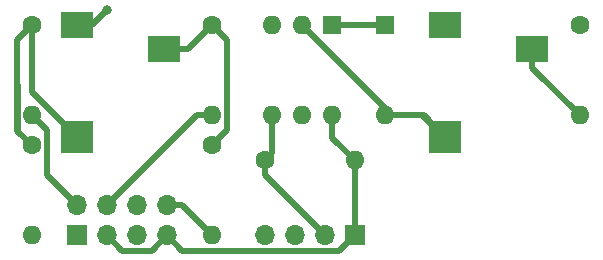
<source format=gbr>
%TF.GenerationSoftware,KiCad,Pcbnew,(5.1.9)-1*%
%TF.CreationDate,2022-02-01T09:31:05-08:00*%
%TF.ProjectId,midi_in_out_dev,6d696469-5f69-46e5-9f6f-75745f646576,1.0*%
%TF.SameCoordinates,Original*%
%TF.FileFunction,Copper,L1,Top*%
%TF.FilePolarity,Positive*%
%FSLAX46Y46*%
G04 Gerber Fmt 4.6, Leading zero omitted, Abs format (unit mm)*
G04 Created by KiCad (PCBNEW (5.1.9)-1) date 2022-02-01 09:31:05*
%MOMM*%
%LPD*%
G01*
G04 APERTURE LIST*
%TA.AperFunction,ComponentPad*%
%ADD10O,1.700000X1.700000*%
%TD*%
%TA.AperFunction,ComponentPad*%
%ADD11R,1.700000X1.700000*%
%TD*%
%TA.AperFunction,ComponentPad*%
%ADD12R,1.600000X1.600000*%
%TD*%
%TA.AperFunction,ComponentPad*%
%ADD13O,1.600000X1.600000*%
%TD*%
%TA.AperFunction,SMDPad,CuDef*%
%ADD14R,2.800000X2.800000*%
%TD*%
%TA.AperFunction,SMDPad,CuDef*%
%ADD15R,2.800000X2.200000*%
%TD*%
%TA.AperFunction,ComponentPad*%
%ADD16C,1.600000*%
%TD*%
%TA.AperFunction,ViaPad*%
%ADD17C,0.800000*%
%TD*%
%TA.AperFunction,Conductor*%
%ADD18C,0.500000*%
%TD*%
%TA.AperFunction,Conductor*%
%ADD19C,0.250000*%
%TD*%
G04 APERTURE END LIST*
D10*
%TO.P,REF\u002A\u002A,8*%
%TO.N,Net-(JP2-Pad3)*%
X48260000Y-40005000D03*
%TO.P,REF\u002A\u002A,7*%
%TO.N,+VDC*%
X48260000Y-42545000D03*
%TO.P,REF\u002A\u002A,6*%
%TO.N,Net-(JP1-Pad3)*%
X45720000Y-40005000D03*
%TO.P,REF\u002A\u002A,5*%
%TO.N,/UART_TX*%
X45720000Y-42545000D03*
%TO.P,REF\u002A\u002A,4*%
%TO.N,Net-(JP2-Pad1)*%
X43180000Y-40005000D03*
%TO.P,REF\u002A\u002A,3*%
%TO.N,+VDC*%
X43180000Y-42545000D03*
%TO.P,REF\u002A\u002A,2*%
%TO.N,Net-(JP1-Pad1)*%
X40640000Y-40005000D03*
D11*
%TO.P,REF\u002A\u002A,1*%
%TO.N,/UART_TX*%
X40640000Y-42545000D03*
%TD*%
D12*
%TO.P,1N4148,1*%
%TO.N,Net-(D1-Pad1)*%
X66675000Y-24765000D03*
D13*
%TO.P,1N4148,2*%
%TO.N,Net-(D1-Pad2)*%
X66675000Y-32385000D03*
%TD*%
D14*
%TO.P,J1,T*%
%TO.N,Net-(J1-PadT)*%
X40640000Y-34165000D03*
D15*
%TO.P,J1,S*%
%TO.N,GND*%
X40640000Y-24765000D03*
%TO.P,J1,R*%
%TO.N,Net-(J1-PadR)*%
X48040000Y-26765000D03*
%TD*%
%TO.P,J2,R*%
%TO.N,Net-(J2-PadR)*%
X79155000Y-26765000D03*
%TO.P,J2,S*%
%TO.N,Net-(J2-PadS)*%
X71755000Y-24765000D03*
D14*
%TO.P,J2,T*%
%TO.N,Net-(D1-Pad2)*%
X71755000Y-34165000D03*
%TD*%
D11*
%TO.P,G  TX  RX  +,1*%
%TO.N,+VDC*%
X64135000Y-42545000D03*
D10*
%TO.P,G  TX  RX  +,2*%
%TO.N,/UART_RX*%
X61595000Y-42545000D03*
%TO.P,G  TX  RX  +,3*%
%TO.N,/UART_TX*%
X59055000Y-42545000D03*
%TO.P,G  TX  RX  +,4*%
%TO.N,GND*%
X56515000Y-42545000D03*
%TD*%
D16*
%TO.P,10\u03A9,1*%
%TO.N,Net-(J1-PadT)*%
X36830000Y-24765000D03*
D13*
%TO.P,10\u03A9,2*%
%TO.N,Net-(JP1-Pad1)*%
X36830000Y-32385000D03*
%TD*%
%TO.P,220\u03A9,2*%
%TO.N,Net-(JP1-Pad3)*%
X36830000Y-42545000D03*
D16*
%TO.P,220\u03A9,1*%
%TO.N,Net-(J1-PadT)*%
X36830000Y-34925000D03*
%TD*%
%TO.P,33\u03A9,1*%
%TO.N,Net-(J1-PadR)*%
X52070000Y-24765000D03*
D13*
%TO.P,33\u03A9,2*%
%TO.N,Net-(JP2-Pad1)*%
X52070000Y-32385000D03*
%TD*%
%TO.P,220\u03A9,2*%
%TO.N,Net-(JP2-Pad3)*%
X52070000Y-42545000D03*
D16*
%TO.P,220\u03A9,1*%
%TO.N,Net-(J1-PadR)*%
X52070000Y-34925000D03*
%TD*%
%TO.P,220\u03A9,1*%
%TO.N,Net-(D1-Pad1)*%
X83185000Y-24765000D03*
D13*
%TO.P,220\u03A9,2*%
%TO.N,Net-(J2-PadR)*%
X83185000Y-32385000D03*
%TD*%
%TO.P,270\u03A9,2*%
%TO.N,+VDC*%
X64135000Y-36195000D03*
D16*
%TO.P,270\u03A9,1*%
%TO.N,/UART_RX*%
X56515000Y-36195000D03*
%TD*%
D12*
%TO.P,H11L1,1*%
%TO.N,Net-(D1-Pad1)*%
X62230000Y-24765000D03*
D13*
%TO.P,H11L1,4*%
%TO.N,/UART_RX*%
X57150000Y-32385000D03*
%TO.P,H11L1,2*%
%TO.N,Net-(D1-Pad2)*%
X59690000Y-24765000D03*
%TO.P,H11L1,5*%
%TO.N,GND*%
X59690000Y-32385000D03*
%TO.P,H11L1,3*%
%TO.N,Net-(U1-Pad3)*%
X57150000Y-24765000D03*
%TO.P,H11L1,6*%
%TO.N,+VDC*%
X62230000Y-32385000D03*
%TD*%
D17*
%TO.N,GND*%
X43180000Y-23495000D03*
%TD*%
D18*
%TO.N,Net-(D1-Pad1)*%
X66675000Y-24765000D02*
X62230000Y-24765000D01*
%TO.N,Net-(D1-Pad2)*%
X67310000Y-32385000D02*
X67945000Y-32385000D01*
X71630000Y-34165000D02*
X69850000Y-32385000D01*
X71755000Y-34165000D02*
X71630000Y-34165000D01*
X67945000Y-32385000D02*
X69850000Y-32385000D01*
X69975000Y-32385000D02*
X71755000Y-34165000D01*
X66675000Y-32385000D02*
X69975000Y-32385000D01*
X66675000Y-31750000D02*
X66675000Y-32385000D01*
X59690000Y-24765000D02*
X66675000Y-31750000D01*
D19*
%TO.N,Net-(J1-PadT)*%
X35704999Y-33799999D02*
X36830000Y-34925000D01*
X36830000Y-26035000D02*
X36830000Y-28575000D01*
X36830000Y-24765000D02*
X36830000Y-26035000D01*
X35704999Y-29700001D02*
X35704999Y-33799999D01*
X36830000Y-26035000D02*
X36830000Y-30355000D01*
D18*
X36830000Y-30355000D02*
X40640000Y-34165000D01*
X36830000Y-24765000D02*
X36830000Y-30355000D01*
X35579999Y-26015001D02*
X36830000Y-24765000D01*
X35579999Y-33674999D02*
X35579999Y-26015001D01*
X36830000Y-34925000D02*
X35579999Y-33674999D01*
%TO.N,Net-(J1-PadR)*%
X50070000Y-26765000D02*
X52070000Y-24765000D01*
X48040000Y-26765000D02*
X50070000Y-26765000D01*
X52070000Y-24765000D02*
X53340000Y-26035000D01*
X53340000Y-33655000D02*
X52070000Y-34925000D01*
X53340000Y-26035000D02*
X53340000Y-33655000D01*
%TO.N,Net-(J2-PadR)*%
X79155000Y-28355000D02*
X83185000Y-32385000D01*
X79155000Y-26765000D02*
X79155000Y-28355000D01*
%TO.N,GND*%
X41910000Y-24765000D02*
X43180000Y-23495000D01*
X40640000Y-24765000D02*
X41910000Y-24765000D01*
%TO.N,+VDC*%
X46959999Y-43845001D02*
X48260000Y-42545000D01*
X44480001Y-43845001D02*
X46959999Y-43845001D01*
X43180000Y-42545000D02*
X44480001Y-43845001D01*
X62230000Y-34290000D02*
X64135000Y-36195000D01*
X62230000Y-32385000D02*
X62230000Y-34290000D01*
X64135000Y-42545000D02*
X64135000Y-36195000D01*
X49560001Y-43845001D02*
X48260000Y-42545000D01*
X62834999Y-43845001D02*
X49560001Y-43845001D01*
X64135000Y-42545000D02*
X62834999Y-43845001D01*
%TO.N,/UART_RX*%
X57150000Y-35560000D02*
X56515000Y-36195000D01*
X57150000Y-32385000D02*
X57150000Y-35560000D01*
X56515000Y-37465000D02*
X61595000Y-42545000D01*
X56515000Y-36195000D02*
X56515000Y-37465000D01*
%TO.N,Net-(JP1-Pad1)*%
X38080001Y-37445001D02*
X40640000Y-40005000D01*
X38080001Y-33635001D02*
X38080001Y-37445001D01*
X36830000Y-32385000D02*
X38080001Y-33635001D01*
%TO.N,Net-(JP2-Pad3)*%
X49530000Y-40005000D02*
X52070000Y-42545000D01*
X48260000Y-40005000D02*
X49530000Y-40005000D01*
%TO.N,Net-(JP2-Pad1)*%
X50800000Y-32385000D02*
X52070000Y-32385000D01*
X43180000Y-40005000D02*
X50800000Y-32385000D01*
%TD*%
M02*

</source>
